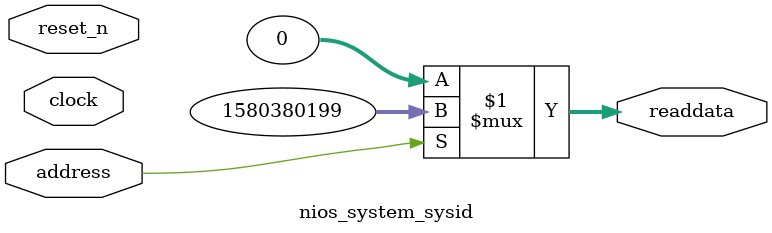
<source format=v>

`timescale 1ns / 1ps
// synthesis translate_on

// turn off superfluous verilog processor warnings 
// altera message_level Level1 
// altera message_off 10034 10035 10036 10037 10230 10240 10030 

module nios_system_sysid (
               // inputs:
                address,
                clock,
                reset_n,

               // outputs:
                readdata
             )
;

  output  [ 31: 0] readdata;
  input            address;
  input            clock;
  input            reset_n;

  wire    [ 31: 0] readdata;
  //control_slave, which is an e_avalon_slave
  assign readdata = address ? 1580380199 : 0;

endmodule




</source>
